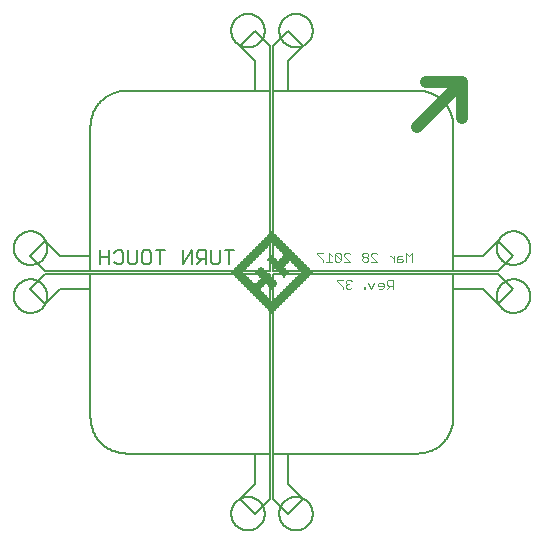
<source format=gbo>
G75*
%MOIN*%
%OFA0B0*%
%FSLAX25Y25*%
%IPPOS*%
%LPD*%
%AMOC8*
5,1,8,0,0,1.08239X$1,22.5*
%
%ADD10C,0.00300*%
%ADD11C,0.00500*%
%ADD12C,0.04000*%
%ADD13R,0.00500X0.00500*%
%ADD14R,0.01500X0.00500*%
%ADD15R,0.02500X0.00500*%
%ADD16R,0.03500X0.00500*%
%ADD17R,0.04500X0.00500*%
%ADD18R,0.05500X0.00500*%
%ADD19R,0.06500X0.00500*%
%ADD20R,0.07500X0.00500*%
%ADD21R,0.04000X0.00500*%
%ADD22R,0.07000X0.00500*%
%ADD23R,0.06000X0.00500*%
%ADD24R,0.05000X0.00500*%
%ADD25R,0.03000X0.00500*%
%ADD26R,0.02000X0.00500*%
%ADD27R,0.01000X0.00500*%
D10*
X0103986Y0093192D02*
X0105987Y0091191D01*
X0105987Y0090690D01*
X0107024Y0090690D02*
X0109026Y0090690D01*
X0108025Y0090690D02*
X0108025Y0093693D01*
X0109026Y0092692D01*
X0110063Y0093192D02*
X0110063Y0091191D01*
X0110563Y0090690D01*
X0111564Y0090690D01*
X0112065Y0091191D01*
X0110063Y0093192D01*
X0110563Y0093693D01*
X0111564Y0093693D01*
X0112065Y0093192D01*
X0112065Y0091191D01*
X0113101Y0090690D02*
X0115103Y0090690D01*
X0113101Y0092692D01*
X0113101Y0093192D01*
X0113602Y0093693D01*
X0114603Y0093693D01*
X0115103Y0093192D01*
X0119179Y0093192D02*
X0119179Y0092692D01*
X0119679Y0092191D01*
X0120680Y0092191D01*
X0121180Y0092692D01*
X0121180Y0093192D01*
X0120680Y0093693D01*
X0119679Y0093693D01*
X0119179Y0093192D01*
X0119679Y0092191D02*
X0119179Y0091691D01*
X0119179Y0091191D01*
X0119679Y0090690D01*
X0120680Y0090690D01*
X0121180Y0091191D01*
X0121180Y0091691D01*
X0120680Y0092191D01*
X0122217Y0092692D02*
X0122217Y0093192D01*
X0122718Y0093693D01*
X0123719Y0093693D01*
X0124219Y0093192D01*
X0122217Y0092692D02*
X0124219Y0090690D01*
X0122217Y0090690D01*
X0128288Y0092692D02*
X0128789Y0092692D01*
X0129790Y0091691D01*
X0129790Y0090690D02*
X0129790Y0092692D01*
X0130827Y0092191D02*
X0130827Y0090690D01*
X0132328Y0090690D01*
X0132828Y0091191D01*
X0132328Y0091691D01*
X0130827Y0091691D01*
X0130827Y0092191D02*
X0131327Y0092692D01*
X0132328Y0092692D01*
X0133865Y0093693D02*
X0133865Y0090690D01*
X0135867Y0090690D02*
X0135867Y0093693D01*
X0134866Y0092692D01*
X0133865Y0093693D01*
X0129283Y0084693D02*
X0127782Y0084693D01*
X0127282Y0084192D01*
X0127282Y0083191D01*
X0127782Y0082691D01*
X0129283Y0082691D01*
X0128282Y0082691D02*
X0127282Y0081690D01*
X0126245Y0082191D02*
X0126245Y0083191D01*
X0125744Y0083692D01*
X0124743Y0083692D01*
X0124243Y0083191D01*
X0124243Y0082691D01*
X0126245Y0082691D01*
X0126245Y0082191D02*
X0125744Y0081690D01*
X0124743Y0081690D01*
X0123206Y0083692D02*
X0122205Y0081690D01*
X0121204Y0083692D01*
X0120167Y0082191D02*
X0119667Y0082191D01*
X0119667Y0081690D01*
X0120167Y0081690D01*
X0120167Y0082191D01*
X0115610Y0082191D02*
X0115109Y0081690D01*
X0114108Y0081690D01*
X0113608Y0082191D01*
X0113608Y0082691D01*
X0114108Y0083191D01*
X0114609Y0083191D01*
X0114108Y0083191D02*
X0113608Y0083692D01*
X0113608Y0084192D01*
X0114108Y0084693D01*
X0115109Y0084693D01*
X0115610Y0084192D01*
X0112571Y0084693D02*
X0110569Y0084693D01*
X0110569Y0084192D01*
X0112571Y0082191D01*
X0112571Y0081690D01*
X0105987Y0093693D02*
X0103986Y0093693D01*
X0103986Y0093192D01*
X0129283Y0084693D02*
X0129283Y0081690D01*
D11*
X0028558Y0081840D02*
X0028558Y0038911D01*
X0028562Y0038619D01*
X0028572Y0038328D01*
X0028590Y0038037D01*
X0028614Y0037746D01*
X0028646Y0037456D01*
X0028685Y0037167D01*
X0028730Y0036879D01*
X0028783Y0036592D01*
X0028842Y0036306D01*
X0028909Y0036022D01*
X0028982Y0035740D01*
X0029062Y0035459D01*
X0029149Y0035181D01*
X0029242Y0034905D01*
X0029342Y0034631D01*
X0029449Y0034359D01*
X0029562Y0034090D01*
X0029682Y0033824D01*
X0029808Y0033561D01*
X0029941Y0033301D01*
X0030079Y0033045D01*
X0030224Y0032791D01*
X0030375Y0032542D01*
X0030532Y0032296D01*
X0030695Y0032054D01*
X0030863Y0031816D01*
X0031038Y0031582D01*
X0031218Y0031352D01*
X0031403Y0031127D01*
X0031594Y0030906D01*
X0031790Y0030690D01*
X0031991Y0030479D01*
X0032197Y0030273D01*
X0032408Y0030072D01*
X0032624Y0029876D01*
X0032845Y0029685D01*
X0033070Y0029500D01*
X0033300Y0029320D01*
X0033534Y0029145D01*
X0033772Y0028977D01*
X0034014Y0028814D01*
X0034260Y0028657D01*
X0034509Y0028506D01*
X0034763Y0028361D01*
X0035019Y0028223D01*
X0035279Y0028090D01*
X0035542Y0027964D01*
X0035808Y0027844D01*
X0036077Y0027731D01*
X0036349Y0027624D01*
X0036623Y0027524D01*
X0036899Y0027431D01*
X0037177Y0027344D01*
X0037458Y0027264D01*
X0037740Y0027191D01*
X0038024Y0027124D01*
X0038310Y0027065D01*
X0038597Y0027012D01*
X0038885Y0026967D01*
X0039174Y0026928D01*
X0039464Y0026896D01*
X0039755Y0026872D01*
X0040046Y0026854D01*
X0040337Y0026844D01*
X0040629Y0026840D01*
X0083558Y0026840D01*
X0083558Y0016840D01*
X0078558Y0011840D01*
X0083558Y0006840D01*
X0088558Y0011840D01*
X0088558Y0026840D01*
X0088558Y0086840D01*
X0028558Y0086840D01*
X0013558Y0086840D01*
X0008558Y0081840D01*
X0013558Y0076840D01*
X0018558Y0081840D01*
X0028558Y0081840D01*
X0028558Y0086840D01*
X0028558Y0087840D02*
X0013558Y0087840D01*
X0008558Y0092840D01*
X0013558Y0097840D01*
X0018558Y0092840D01*
X0028558Y0092840D01*
X0028558Y0087840D01*
X0088558Y0087840D01*
X0088558Y0147840D01*
X0088558Y0162840D01*
X0083558Y0167840D01*
X0078558Y0162840D01*
X0083558Y0157840D01*
X0083558Y0147840D01*
X0040629Y0147840D01*
X0040337Y0147836D01*
X0040046Y0147826D01*
X0039755Y0147808D01*
X0039464Y0147784D01*
X0039174Y0147752D01*
X0038885Y0147713D01*
X0038597Y0147668D01*
X0038310Y0147615D01*
X0038024Y0147556D01*
X0037740Y0147489D01*
X0037458Y0147416D01*
X0037177Y0147336D01*
X0036899Y0147249D01*
X0036623Y0147156D01*
X0036349Y0147056D01*
X0036077Y0146949D01*
X0035808Y0146836D01*
X0035542Y0146716D01*
X0035279Y0146590D01*
X0035019Y0146457D01*
X0034763Y0146319D01*
X0034509Y0146174D01*
X0034260Y0146023D01*
X0034014Y0145866D01*
X0033772Y0145703D01*
X0033534Y0145535D01*
X0033300Y0145360D01*
X0033070Y0145180D01*
X0032845Y0144995D01*
X0032624Y0144804D01*
X0032408Y0144608D01*
X0032197Y0144407D01*
X0031991Y0144201D01*
X0031790Y0143990D01*
X0031594Y0143774D01*
X0031403Y0143553D01*
X0031218Y0143328D01*
X0031038Y0143098D01*
X0030863Y0142864D01*
X0030695Y0142626D01*
X0030532Y0142384D01*
X0030375Y0142138D01*
X0030224Y0141889D01*
X0030079Y0141635D01*
X0029941Y0141379D01*
X0029808Y0141119D01*
X0029682Y0140856D01*
X0029562Y0140590D01*
X0029449Y0140321D01*
X0029342Y0140049D01*
X0029242Y0139775D01*
X0029149Y0139499D01*
X0029062Y0139221D01*
X0028982Y0138940D01*
X0028909Y0138658D01*
X0028842Y0138374D01*
X0028783Y0138088D01*
X0028730Y0137801D01*
X0028685Y0137513D01*
X0028646Y0137224D01*
X0028614Y0136934D01*
X0028590Y0136643D01*
X0028572Y0136352D01*
X0028562Y0136061D01*
X0028558Y0135769D01*
X0028558Y0092840D01*
X0031890Y0092342D02*
X0034892Y0092342D01*
X0036494Y0090841D02*
X0037244Y0090090D01*
X0038745Y0090090D01*
X0039496Y0090841D01*
X0039496Y0093843D01*
X0038745Y0094594D01*
X0037244Y0094594D01*
X0036494Y0093843D01*
X0034892Y0094594D02*
X0034892Y0090090D01*
X0031890Y0090090D02*
X0031890Y0094594D01*
X0041097Y0094594D02*
X0041097Y0090841D01*
X0041848Y0090090D01*
X0043349Y0090090D01*
X0044100Y0090841D01*
X0044100Y0094594D01*
X0045701Y0093843D02*
X0046452Y0094594D01*
X0047953Y0094594D01*
X0048704Y0093843D01*
X0048704Y0090841D01*
X0047953Y0090090D01*
X0046452Y0090090D01*
X0045701Y0090841D01*
X0045701Y0093843D01*
X0050305Y0094594D02*
X0053308Y0094594D01*
X0051807Y0094594D02*
X0051807Y0090090D01*
X0059513Y0090090D02*
X0059513Y0094594D01*
X0062516Y0094594D02*
X0059513Y0090090D01*
X0062516Y0090090D02*
X0062516Y0094594D01*
X0064117Y0093843D02*
X0064117Y0092342D01*
X0064868Y0091591D01*
X0067120Y0091591D01*
X0067120Y0090090D02*
X0067120Y0094594D01*
X0064868Y0094594D01*
X0064117Y0093843D01*
X0065618Y0091591D02*
X0064117Y0090090D01*
X0068721Y0090841D02*
X0068721Y0094594D01*
X0071724Y0094594D02*
X0071724Y0090841D01*
X0070973Y0090090D01*
X0069472Y0090090D01*
X0068721Y0090841D01*
X0073325Y0094594D02*
X0076328Y0094594D01*
X0074826Y0094594D02*
X0074826Y0090090D01*
X0089558Y0087840D02*
X0149558Y0087840D01*
X0164558Y0087840D01*
X0169558Y0092840D01*
X0164558Y0097840D01*
X0159558Y0092840D01*
X0149558Y0092840D01*
X0149558Y0135769D01*
X0149554Y0136061D01*
X0149544Y0136352D01*
X0149526Y0136643D01*
X0149502Y0136934D01*
X0149470Y0137224D01*
X0149431Y0137513D01*
X0149386Y0137801D01*
X0149333Y0138088D01*
X0149274Y0138374D01*
X0149207Y0138658D01*
X0149134Y0138940D01*
X0149054Y0139221D01*
X0148967Y0139499D01*
X0148874Y0139775D01*
X0148774Y0140049D01*
X0148667Y0140321D01*
X0148554Y0140590D01*
X0148434Y0140856D01*
X0148308Y0141119D01*
X0148175Y0141379D01*
X0148037Y0141635D01*
X0147892Y0141889D01*
X0147741Y0142138D01*
X0147584Y0142384D01*
X0147421Y0142626D01*
X0147253Y0142864D01*
X0147078Y0143098D01*
X0146898Y0143328D01*
X0146713Y0143553D01*
X0146522Y0143774D01*
X0146326Y0143990D01*
X0146125Y0144201D01*
X0145919Y0144407D01*
X0145708Y0144608D01*
X0145492Y0144804D01*
X0145271Y0144995D01*
X0145046Y0145180D01*
X0144816Y0145360D01*
X0144582Y0145535D01*
X0144344Y0145703D01*
X0144102Y0145866D01*
X0143856Y0146023D01*
X0143607Y0146174D01*
X0143353Y0146319D01*
X0143097Y0146457D01*
X0142837Y0146590D01*
X0142574Y0146716D01*
X0142308Y0146836D01*
X0142039Y0146949D01*
X0141767Y0147056D01*
X0141493Y0147156D01*
X0141217Y0147249D01*
X0140939Y0147336D01*
X0140658Y0147416D01*
X0140376Y0147489D01*
X0140092Y0147556D01*
X0139806Y0147615D01*
X0139519Y0147668D01*
X0139231Y0147713D01*
X0138942Y0147752D01*
X0138652Y0147784D01*
X0138361Y0147808D01*
X0138070Y0147826D01*
X0137779Y0147836D01*
X0137487Y0147840D01*
X0094558Y0147840D01*
X0094558Y0157840D01*
X0099558Y0162840D01*
X0094558Y0167840D01*
X0089558Y0162840D01*
X0089558Y0147840D01*
X0089558Y0087840D01*
X0089558Y0086840D02*
X0089558Y0026840D01*
X0089558Y0011840D01*
X0094558Y0006840D01*
X0099558Y0011840D01*
X0094558Y0016840D01*
X0094558Y0026840D01*
X0137487Y0026840D01*
X0137779Y0026844D01*
X0138070Y0026854D01*
X0138361Y0026872D01*
X0138652Y0026896D01*
X0138942Y0026928D01*
X0139231Y0026967D01*
X0139519Y0027012D01*
X0139806Y0027065D01*
X0140092Y0027124D01*
X0140376Y0027191D01*
X0140658Y0027264D01*
X0140939Y0027344D01*
X0141217Y0027431D01*
X0141493Y0027524D01*
X0141767Y0027624D01*
X0142039Y0027731D01*
X0142308Y0027844D01*
X0142574Y0027964D01*
X0142837Y0028090D01*
X0143097Y0028223D01*
X0143353Y0028361D01*
X0143607Y0028506D01*
X0143856Y0028657D01*
X0144102Y0028814D01*
X0144344Y0028977D01*
X0144582Y0029145D01*
X0144816Y0029320D01*
X0145046Y0029500D01*
X0145271Y0029685D01*
X0145492Y0029876D01*
X0145708Y0030072D01*
X0145919Y0030273D01*
X0146125Y0030479D01*
X0146326Y0030690D01*
X0146522Y0030906D01*
X0146713Y0031127D01*
X0146898Y0031352D01*
X0147078Y0031582D01*
X0147253Y0031816D01*
X0147421Y0032054D01*
X0147584Y0032296D01*
X0147741Y0032542D01*
X0147892Y0032791D01*
X0148037Y0033045D01*
X0148175Y0033301D01*
X0148308Y0033561D01*
X0148434Y0033824D01*
X0148554Y0034090D01*
X0148667Y0034359D01*
X0148774Y0034631D01*
X0148874Y0034905D01*
X0148967Y0035181D01*
X0149054Y0035459D01*
X0149134Y0035740D01*
X0149207Y0036022D01*
X0149274Y0036306D01*
X0149333Y0036592D01*
X0149386Y0036879D01*
X0149431Y0037167D01*
X0149470Y0037456D01*
X0149502Y0037746D01*
X0149526Y0038037D01*
X0149544Y0038328D01*
X0149554Y0038619D01*
X0149558Y0038911D01*
X0149558Y0081840D01*
X0159558Y0081840D01*
X0164558Y0076840D01*
X0169558Y0081840D01*
X0164558Y0086840D01*
X0149558Y0086840D01*
X0089558Y0086840D01*
X0089558Y0026840D02*
X0094558Y0026840D01*
X0088558Y0026840D02*
X0083558Y0026840D01*
X0075468Y0006840D02*
X0075470Y0006989D01*
X0075476Y0007139D01*
X0075486Y0007288D01*
X0075500Y0007437D01*
X0075518Y0007585D01*
X0075540Y0007733D01*
X0075566Y0007880D01*
X0075595Y0008027D01*
X0075629Y0008172D01*
X0075667Y0008317D01*
X0075708Y0008460D01*
X0075753Y0008603D01*
X0075802Y0008744D01*
X0075855Y0008884D01*
X0075912Y0009022D01*
X0075972Y0009159D01*
X0076036Y0009294D01*
X0076103Y0009428D01*
X0076174Y0009559D01*
X0076248Y0009689D01*
X0076326Y0009816D01*
X0076407Y0009942D01*
X0076492Y0010065D01*
X0076580Y0010186D01*
X0076671Y0010304D01*
X0076765Y0010420D01*
X0076862Y0010534D01*
X0076963Y0010645D01*
X0077066Y0010753D01*
X0077172Y0010858D01*
X0077281Y0010961D01*
X0077392Y0011060D01*
X0077506Y0011157D01*
X0077623Y0011250D01*
X0077742Y0011340D01*
X0077864Y0011427D01*
X0077987Y0011511D01*
X0078113Y0011592D01*
X0078241Y0011669D01*
X0078372Y0011742D01*
X0078504Y0011812D01*
X0078637Y0011879D01*
X0078773Y0011942D01*
X0078910Y0012001D01*
X0079049Y0012056D01*
X0079189Y0012108D01*
X0079331Y0012156D01*
X0079473Y0012201D01*
X0079617Y0012241D01*
X0079762Y0012278D01*
X0079908Y0012310D01*
X0080055Y0012339D01*
X0080202Y0012364D01*
X0080350Y0012385D01*
X0080498Y0012402D01*
X0080647Y0012415D01*
X0080797Y0012424D01*
X0080946Y0012429D01*
X0081095Y0012430D01*
X0081245Y0012427D01*
X0081394Y0012420D01*
X0081543Y0012409D01*
X0081692Y0012394D01*
X0081840Y0012375D01*
X0081988Y0012352D01*
X0082135Y0012325D01*
X0082281Y0012295D01*
X0082426Y0012260D01*
X0082571Y0012221D01*
X0082714Y0012179D01*
X0082856Y0012133D01*
X0082997Y0012083D01*
X0083137Y0012029D01*
X0083275Y0011972D01*
X0083411Y0011911D01*
X0083546Y0011846D01*
X0083679Y0011778D01*
X0083810Y0011706D01*
X0083939Y0011630D01*
X0084066Y0011552D01*
X0084191Y0011470D01*
X0084313Y0011384D01*
X0084434Y0011296D01*
X0084552Y0011204D01*
X0084667Y0011109D01*
X0084780Y0011011D01*
X0084890Y0010910D01*
X0084997Y0010806D01*
X0085102Y0010699D01*
X0085204Y0010590D01*
X0085303Y0010478D01*
X0085398Y0010363D01*
X0085491Y0010245D01*
X0085580Y0010126D01*
X0085667Y0010004D01*
X0085750Y0009879D01*
X0085829Y0009753D01*
X0085905Y0009624D01*
X0085978Y0009494D01*
X0086047Y0009361D01*
X0086113Y0009227D01*
X0086175Y0009091D01*
X0086233Y0008953D01*
X0086288Y0008814D01*
X0086339Y0008674D01*
X0086386Y0008532D01*
X0086429Y0008389D01*
X0086469Y0008245D01*
X0086504Y0008099D01*
X0086536Y0007953D01*
X0086564Y0007807D01*
X0086588Y0007659D01*
X0086608Y0007511D01*
X0086624Y0007362D01*
X0086636Y0007213D01*
X0086644Y0007064D01*
X0086648Y0006915D01*
X0086648Y0006765D01*
X0086644Y0006616D01*
X0086636Y0006467D01*
X0086624Y0006318D01*
X0086608Y0006169D01*
X0086588Y0006021D01*
X0086564Y0005873D01*
X0086536Y0005727D01*
X0086504Y0005581D01*
X0086469Y0005435D01*
X0086429Y0005291D01*
X0086386Y0005148D01*
X0086339Y0005006D01*
X0086288Y0004866D01*
X0086233Y0004727D01*
X0086175Y0004589D01*
X0086113Y0004453D01*
X0086047Y0004319D01*
X0085978Y0004186D01*
X0085905Y0004056D01*
X0085829Y0003927D01*
X0085750Y0003801D01*
X0085667Y0003676D01*
X0085580Y0003554D01*
X0085491Y0003435D01*
X0085398Y0003317D01*
X0085303Y0003202D01*
X0085204Y0003090D01*
X0085102Y0002981D01*
X0084997Y0002874D01*
X0084890Y0002770D01*
X0084780Y0002669D01*
X0084667Y0002571D01*
X0084552Y0002476D01*
X0084434Y0002384D01*
X0084313Y0002296D01*
X0084191Y0002210D01*
X0084066Y0002128D01*
X0083939Y0002050D01*
X0083810Y0001974D01*
X0083679Y0001902D01*
X0083546Y0001834D01*
X0083411Y0001769D01*
X0083275Y0001708D01*
X0083137Y0001651D01*
X0082997Y0001597D01*
X0082856Y0001547D01*
X0082714Y0001501D01*
X0082571Y0001459D01*
X0082426Y0001420D01*
X0082281Y0001385D01*
X0082135Y0001355D01*
X0081988Y0001328D01*
X0081840Y0001305D01*
X0081692Y0001286D01*
X0081543Y0001271D01*
X0081394Y0001260D01*
X0081245Y0001253D01*
X0081095Y0001250D01*
X0080946Y0001251D01*
X0080797Y0001256D01*
X0080647Y0001265D01*
X0080498Y0001278D01*
X0080350Y0001295D01*
X0080202Y0001316D01*
X0080055Y0001341D01*
X0079908Y0001370D01*
X0079762Y0001402D01*
X0079617Y0001439D01*
X0079473Y0001479D01*
X0079331Y0001524D01*
X0079189Y0001572D01*
X0079049Y0001624D01*
X0078910Y0001679D01*
X0078773Y0001738D01*
X0078637Y0001801D01*
X0078504Y0001868D01*
X0078372Y0001938D01*
X0078241Y0002011D01*
X0078113Y0002088D01*
X0077987Y0002169D01*
X0077864Y0002253D01*
X0077742Y0002340D01*
X0077623Y0002430D01*
X0077506Y0002523D01*
X0077392Y0002620D01*
X0077281Y0002719D01*
X0077172Y0002822D01*
X0077066Y0002927D01*
X0076963Y0003035D01*
X0076862Y0003146D01*
X0076765Y0003260D01*
X0076671Y0003376D01*
X0076580Y0003494D01*
X0076492Y0003615D01*
X0076407Y0003738D01*
X0076326Y0003864D01*
X0076248Y0003991D01*
X0076174Y0004121D01*
X0076103Y0004252D01*
X0076036Y0004386D01*
X0075972Y0004521D01*
X0075912Y0004658D01*
X0075855Y0004796D01*
X0075802Y0004936D01*
X0075753Y0005077D01*
X0075708Y0005220D01*
X0075667Y0005363D01*
X0075629Y0005508D01*
X0075595Y0005653D01*
X0075566Y0005800D01*
X0075540Y0005947D01*
X0075518Y0006095D01*
X0075500Y0006243D01*
X0075486Y0006392D01*
X0075476Y0006541D01*
X0075470Y0006691D01*
X0075468Y0006840D01*
X0091468Y0006840D02*
X0091470Y0006989D01*
X0091476Y0007139D01*
X0091486Y0007288D01*
X0091500Y0007437D01*
X0091518Y0007585D01*
X0091540Y0007733D01*
X0091566Y0007880D01*
X0091595Y0008027D01*
X0091629Y0008172D01*
X0091667Y0008317D01*
X0091708Y0008460D01*
X0091753Y0008603D01*
X0091802Y0008744D01*
X0091855Y0008884D01*
X0091912Y0009022D01*
X0091972Y0009159D01*
X0092036Y0009294D01*
X0092103Y0009428D01*
X0092174Y0009559D01*
X0092248Y0009689D01*
X0092326Y0009816D01*
X0092407Y0009942D01*
X0092492Y0010065D01*
X0092580Y0010186D01*
X0092671Y0010304D01*
X0092765Y0010420D01*
X0092862Y0010534D01*
X0092963Y0010645D01*
X0093066Y0010753D01*
X0093172Y0010858D01*
X0093281Y0010961D01*
X0093392Y0011060D01*
X0093506Y0011157D01*
X0093623Y0011250D01*
X0093742Y0011340D01*
X0093864Y0011427D01*
X0093987Y0011511D01*
X0094113Y0011592D01*
X0094241Y0011669D01*
X0094372Y0011742D01*
X0094504Y0011812D01*
X0094637Y0011879D01*
X0094773Y0011942D01*
X0094910Y0012001D01*
X0095049Y0012056D01*
X0095189Y0012108D01*
X0095331Y0012156D01*
X0095473Y0012201D01*
X0095617Y0012241D01*
X0095762Y0012278D01*
X0095908Y0012310D01*
X0096055Y0012339D01*
X0096202Y0012364D01*
X0096350Y0012385D01*
X0096498Y0012402D01*
X0096647Y0012415D01*
X0096797Y0012424D01*
X0096946Y0012429D01*
X0097095Y0012430D01*
X0097245Y0012427D01*
X0097394Y0012420D01*
X0097543Y0012409D01*
X0097692Y0012394D01*
X0097840Y0012375D01*
X0097988Y0012352D01*
X0098135Y0012325D01*
X0098281Y0012295D01*
X0098426Y0012260D01*
X0098571Y0012221D01*
X0098714Y0012179D01*
X0098856Y0012133D01*
X0098997Y0012083D01*
X0099137Y0012029D01*
X0099275Y0011972D01*
X0099411Y0011911D01*
X0099546Y0011846D01*
X0099679Y0011778D01*
X0099810Y0011706D01*
X0099939Y0011630D01*
X0100066Y0011552D01*
X0100191Y0011470D01*
X0100313Y0011384D01*
X0100434Y0011296D01*
X0100552Y0011204D01*
X0100667Y0011109D01*
X0100780Y0011011D01*
X0100890Y0010910D01*
X0100997Y0010806D01*
X0101102Y0010699D01*
X0101204Y0010590D01*
X0101303Y0010478D01*
X0101398Y0010363D01*
X0101491Y0010245D01*
X0101580Y0010126D01*
X0101667Y0010004D01*
X0101750Y0009879D01*
X0101829Y0009753D01*
X0101905Y0009624D01*
X0101978Y0009494D01*
X0102047Y0009361D01*
X0102113Y0009227D01*
X0102175Y0009091D01*
X0102233Y0008953D01*
X0102288Y0008814D01*
X0102339Y0008674D01*
X0102386Y0008532D01*
X0102429Y0008389D01*
X0102469Y0008245D01*
X0102504Y0008099D01*
X0102536Y0007953D01*
X0102564Y0007807D01*
X0102588Y0007659D01*
X0102608Y0007511D01*
X0102624Y0007362D01*
X0102636Y0007213D01*
X0102644Y0007064D01*
X0102648Y0006915D01*
X0102648Y0006765D01*
X0102644Y0006616D01*
X0102636Y0006467D01*
X0102624Y0006318D01*
X0102608Y0006169D01*
X0102588Y0006021D01*
X0102564Y0005873D01*
X0102536Y0005727D01*
X0102504Y0005581D01*
X0102469Y0005435D01*
X0102429Y0005291D01*
X0102386Y0005148D01*
X0102339Y0005006D01*
X0102288Y0004866D01*
X0102233Y0004727D01*
X0102175Y0004589D01*
X0102113Y0004453D01*
X0102047Y0004319D01*
X0101978Y0004186D01*
X0101905Y0004056D01*
X0101829Y0003927D01*
X0101750Y0003801D01*
X0101667Y0003676D01*
X0101580Y0003554D01*
X0101491Y0003435D01*
X0101398Y0003317D01*
X0101303Y0003202D01*
X0101204Y0003090D01*
X0101102Y0002981D01*
X0100997Y0002874D01*
X0100890Y0002770D01*
X0100780Y0002669D01*
X0100667Y0002571D01*
X0100552Y0002476D01*
X0100434Y0002384D01*
X0100313Y0002296D01*
X0100191Y0002210D01*
X0100066Y0002128D01*
X0099939Y0002050D01*
X0099810Y0001974D01*
X0099679Y0001902D01*
X0099546Y0001834D01*
X0099411Y0001769D01*
X0099275Y0001708D01*
X0099137Y0001651D01*
X0098997Y0001597D01*
X0098856Y0001547D01*
X0098714Y0001501D01*
X0098571Y0001459D01*
X0098426Y0001420D01*
X0098281Y0001385D01*
X0098135Y0001355D01*
X0097988Y0001328D01*
X0097840Y0001305D01*
X0097692Y0001286D01*
X0097543Y0001271D01*
X0097394Y0001260D01*
X0097245Y0001253D01*
X0097095Y0001250D01*
X0096946Y0001251D01*
X0096797Y0001256D01*
X0096647Y0001265D01*
X0096498Y0001278D01*
X0096350Y0001295D01*
X0096202Y0001316D01*
X0096055Y0001341D01*
X0095908Y0001370D01*
X0095762Y0001402D01*
X0095617Y0001439D01*
X0095473Y0001479D01*
X0095331Y0001524D01*
X0095189Y0001572D01*
X0095049Y0001624D01*
X0094910Y0001679D01*
X0094773Y0001738D01*
X0094637Y0001801D01*
X0094504Y0001868D01*
X0094372Y0001938D01*
X0094241Y0002011D01*
X0094113Y0002088D01*
X0093987Y0002169D01*
X0093864Y0002253D01*
X0093742Y0002340D01*
X0093623Y0002430D01*
X0093506Y0002523D01*
X0093392Y0002620D01*
X0093281Y0002719D01*
X0093172Y0002822D01*
X0093066Y0002927D01*
X0092963Y0003035D01*
X0092862Y0003146D01*
X0092765Y0003260D01*
X0092671Y0003376D01*
X0092580Y0003494D01*
X0092492Y0003615D01*
X0092407Y0003738D01*
X0092326Y0003864D01*
X0092248Y0003991D01*
X0092174Y0004121D01*
X0092103Y0004252D01*
X0092036Y0004386D01*
X0091972Y0004521D01*
X0091912Y0004658D01*
X0091855Y0004796D01*
X0091802Y0004936D01*
X0091753Y0005077D01*
X0091708Y0005220D01*
X0091667Y0005363D01*
X0091629Y0005508D01*
X0091595Y0005653D01*
X0091566Y0005800D01*
X0091540Y0005947D01*
X0091518Y0006095D01*
X0091500Y0006243D01*
X0091486Y0006392D01*
X0091476Y0006541D01*
X0091470Y0006691D01*
X0091468Y0006840D01*
X0149558Y0081840D02*
X0149558Y0086840D01*
X0149558Y0087840D02*
X0149558Y0092840D01*
X0163968Y0095340D02*
X0163970Y0095489D01*
X0163976Y0095639D01*
X0163986Y0095788D01*
X0164000Y0095937D01*
X0164018Y0096085D01*
X0164040Y0096233D01*
X0164066Y0096380D01*
X0164095Y0096527D01*
X0164129Y0096672D01*
X0164167Y0096817D01*
X0164208Y0096960D01*
X0164253Y0097103D01*
X0164302Y0097244D01*
X0164355Y0097384D01*
X0164412Y0097522D01*
X0164472Y0097659D01*
X0164536Y0097794D01*
X0164603Y0097928D01*
X0164674Y0098059D01*
X0164748Y0098189D01*
X0164826Y0098316D01*
X0164907Y0098442D01*
X0164992Y0098565D01*
X0165080Y0098686D01*
X0165171Y0098804D01*
X0165265Y0098920D01*
X0165362Y0099034D01*
X0165463Y0099145D01*
X0165566Y0099253D01*
X0165672Y0099358D01*
X0165781Y0099461D01*
X0165892Y0099560D01*
X0166006Y0099657D01*
X0166123Y0099750D01*
X0166242Y0099840D01*
X0166364Y0099927D01*
X0166487Y0100011D01*
X0166613Y0100092D01*
X0166741Y0100169D01*
X0166872Y0100242D01*
X0167004Y0100312D01*
X0167137Y0100379D01*
X0167273Y0100442D01*
X0167410Y0100501D01*
X0167549Y0100556D01*
X0167689Y0100608D01*
X0167831Y0100656D01*
X0167973Y0100701D01*
X0168117Y0100741D01*
X0168262Y0100778D01*
X0168408Y0100810D01*
X0168555Y0100839D01*
X0168702Y0100864D01*
X0168850Y0100885D01*
X0168998Y0100902D01*
X0169147Y0100915D01*
X0169297Y0100924D01*
X0169446Y0100929D01*
X0169595Y0100930D01*
X0169745Y0100927D01*
X0169894Y0100920D01*
X0170043Y0100909D01*
X0170192Y0100894D01*
X0170340Y0100875D01*
X0170488Y0100852D01*
X0170635Y0100825D01*
X0170781Y0100795D01*
X0170926Y0100760D01*
X0171071Y0100721D01*
X0171214Y0100679D01*
X0171356Y0100633D01*
X0171497Y0100583D01*
X0171637Y0100529D01*
X0171775Y0100472D01*
X0171911Y0100411D01*
X0172046Y0100346D01*
X0172179Y0100278D01*
X0172310Y0100206D01*
X0172439Y0100130D01*
X0172566Y0100052D01*
X0172691Y0099970D01*
X0172813Y0099884D01*
X0172934Y0099796D01*
X0173052Y0099704D01*
X0173167Y0099609D01*
X0173280Y0099511D01*
X0173390Y0099410D01*
X0173497Y0099306D01*
X0173602Y0099199D01*
X0173704Y0099090D01*
X0173803Y0098978D01*
X0173898Y0098863D01*
X0173991Y0098745D01*
X0174080Y0098626D01*
X0174167Y0098504D01*
X0174250Y0098379D01*
X0174329Y0098253D01*
X0174405Y0098124D01*
X0174478Y0097994D01*
X0174547Y0097861D01*
X0174613Y0097727D01*
X0174675Y0097591D01*
X0174733Y0097453D01*
X0174788Y0097314D01*
X0174839Y0097174D01*
X0174886Y0097032D01*
X0174929Y0096889D01*
X0174969Y0096745D01*
X0175004Y0096599D01*
X0175036Y0096453D01*
X0175064Y0096307D01*
X0175088Y0096159D01*
X0175108Y0096011D01*
X0175124Y0095862D01*
X0175136Y0095713D01*
X0175144Y0095564D01*
X0175148Y0095415D01*
X0175148Y0095265D01*
X0175144Y0095116D01*
X0175136Y0094967D01*
X0175124Y0094818D01*
X0175108Y0094669D01*
X0175088Y0094521D01*
X0175064Y0094373D01*
X0175036Y0094227D01*
X0175004Y0094081D01*
X0174969Y0093935D01*
X0174929Y0093791D01*
X0174886Y0093648D01*
X0174839Y0093506D01*
X0174788Y0093366D01*
X0174733Y0093227D01*
X0174675Y0093089D01*
X0174613Y0092953D01*
X0174547Y0092819D01*
X0174478Y0092686D01*
X0174405Y0092556D01*
X0174329Y0092427D01*
X0174250Y0092301D01*
X0174167Y0092176D01*
X0174080Y0092054D01*
X0173991Y0091935D01*
X0173898Y0091817D01*
X0173803Y0091702D01*
X0173704Y0091590D01*
X0173602Y0091481D01*
X0173497Y0091374D01*
X0173390Y0091270D01*
X0173280Y0091169D01*
X0173167Y0091071D01*
X0173052Y0090976D01*
X0172934Y0090884D01*
X0172813Y0090796D01*
X0172691Y0090710D01*
X0172566Y0090628D01*
X0172439Y0090550D01*
X0172310Y0090474D01*
X0172179Y0090402D01*
X0172046Y0090334D01*
X0171911Y0090269D01*
X0171775Y0090208D01*
X0171637Y0090151D01*
X0171497Y0090097D01*
X0171356Y0090047D01*
X0171214Y0090001D01*
X0171071Y0089959D01*
X0170926Y0089920D01*
X0170781Y0089885D01*
X0170635Y0089855D01*
X0170488Y0089828D01*
X0170340Y0089805D01*
X0170192Y0089786D01*
X0170043Y0089771D01*
X0169894Y0089760D01*
X0169745Y0089753D01*
X0169595Y0089750D01*
X0169446Y0089751D01*
X0169297Y0089756D01*
X0169147Y0089765D01*
X0168998Y0089778D01*
X0168850Y0089795D01*
X0168702Y0089816D01*
X0168555Y0089841D01*
X0168408Y0089870D01*
X0168262Y0089902D01*
X0168117Y0089939D01*
X0167973Y0089979D01*
X0167831Y0090024D01*
X0167689Y0090072D01*
X0167549Y0090124D01*
X0167410Y0090179D01*
X0167273Y0090238D01*
X0167137Y0090301D01*
X0167004Y0090368D01*
X0166872Y0090438D01*
X0166741Y0090511D01*
X0166613Y0090588D01*
X0166487Y0090669D01*
X0166364Y0090753D01*
X0166242Y0090840D01*
X0166123Y0090930D01*
X0166006Y0091023D01*
X0165892Y0091120D01*
X0165781Y0091219D01*
X0165672Y0091322D01*
X0165566Y0091427D01*
X0165463Y0091535D01*
X0165362Y0091646D01*
X0165265Y0091760D01*
X0165171Y0091876D01*
X0165080Y0091994D01*
X0164992Y0092115D01*
X0164907Y0092238D01*
X0164826Y0092364D01*
X0164748Y0092491D01*
X0164674Y0092621D01*
X0164603Y0092752D01*
X0164536Y0092886D01*
X0164472Y0093021D01*
X0164412Y0093158D01*
X0164355Y0093296D01*
X0164302Y0093436D01*
X0164253Y0093577D01*
X0164208Y0093720D01*
X0164167Y0093863D01*
X0164129Y0094008D01*
X0164095Y0094153D01*
X0164066Y0094300D01*
X0164040Y0094447D01*
X0164018Y0094595D01*
X0164000Y0094743D01*
X0163986Y0094892D01*
X0163976Y0095041D01*
X0163970Y0095191D01*
X0163968Y0095340D01*
X0163968Y0079340D02*
X0163970Y0079489D01*
X0163976Y0079639D01*
X0163986Y0079788D01*
X0164000Y0079937D01*
X0164018Y0080085D01*
X0164040Y0080233D01*
X0164066Y0080380D01*
X0164095Y0080527D01*
X0164129Y0080672D01*
X0164167Y0080817D01*
X0164208Y0080960D01*
X0164253Y0081103D01*
X0164302Y0081244D01*
X0164355Y0081384D01*
X0164412Y0081522D01*
X0164472Y0081659D01*
X0164536Y0081794D01*
X0164603Y0081928D01*
X0164674Y0082059D01*
X0164748Y0082189D01*
X0164826Y0082316D01*
X0164907Y0082442D01*
X0164992Y0082565D01*
X0165080Y0082686D01*
X0165171Y0082804D01*
X0165265Y0082920D01*
X0165362Y0083034D01*
X0165463Y0083145D01*
X0165566Y0083253D01*
X0165672Y0083358D01*
X0165781Y0083461D01*
X0165892Y0083560D01*
X0166006Y0083657D01*
X0166123Y0083750D01*
X0166242Y0083840D01*
X0166364Y0083927D01*
X0166487Y0084011D01*
X0166613Y0084092D01*
X0166741Y0084169D01*
X0166872Y0084242D01*
X0167004Y0084312D01*
X0167137Y0084379D01*
X0167273Y0084442D01*
X0167410Y0084501D01*
X0167549Y0084556D01*
X0167689Y0084608D01*
X0167831Y0084656D01*
X0167973Y0084701D01*
X0168117Y0084741D01*
X0168262Y0084778D01*
X0168408Y0084810D01*
X0168555Y0084839D01*
X0168702Y0084864D01*
X0168850Y0084885D01*
X0168998Y0084902D01*
X0169147Y0084915D01*
X0169297Y0084924D01*
X0169446Y0084929D01*
X0169595Y0084930D01*
X0169745Y0084927D01*
X0169894Y0084920D01*
X0170043Y0084909D01*
X0170192Y0084894D01*
X0170340Y0084875D01*
X0170488Y0084852D01*
X0170635Y0084825D01*
X0170781Y0084795D01*
X0170926Y0084760D01*
X0171071Y0084721D01*
X0171214Y0084679D01*
X0171356Y0084633D01*
X0171497Y0084583D01*
X0171637Y0084529D01*
X0171775Y0084472D01*
X0171911Y0084411D01*
X0172046Y0084346D01*
X0172179Y0084278D01*
X0172310Y0084206D01*
X0172439Y0084130D01*
X0172566Y0084052D01*
X0172691Y0083970D01*
X0172813Y0083884D01*
X0172934Y0083796D01*
X0173052Y0083704D01*
X0173167Y0083609D01*
X0173280Y0083511D01*
X0173390Y0083410D01*
X0173497Y0083306D01*
X0173602Y0083199D01*
X0173704Y0083090D01*
X0173803Y0082978D01*
X0173898Y0082863D01*
X0173991Y0082745D01*
X0174080Y0082626D01*
X0174167Y0082504D01*
X0174250Y0082379D01*
X0174329Y0082253D01*
X0174405Y0082124D01*
X0174478Y0081994D01*
X0174547Y0081861D01*
X0174613Y0081727D01*
X0174675Y0081591D01*
X0174733Y0081453D01*
X0174788Y0081314D01*
X0174839Y0081174D01*
X0174886Y0081032D01*
X0174929Y0080889D01*
X0174969Y0080745D01*
X0175004Y0080599D01*
X0175036Y0080453D01*
X0175064Y0080307D01*
X0175088Y0080159D01*
X0175108Y0080011D01*
X0175124Y0079862D01*
X0175136Y0079713D01*
X0175144Y0079564D01*
X0175148Y0079415D01*
X0175148Y0079265D01*
X0175144Y0079116D01*
X0175136Y0078967D01*
X0175124Y0078818D01*
X0175108Y0078669D01*
X0175088Y0078521D01*
X0175064Y0078373D01*
X0175036Y0078227D01*
X0175004Y0078081D01*
X0174969Y0077935D01*
X0174929Y0077791D01*
X0174886Y0077648D01*
X0174839Y0077506D01*
X0174788Y0077366D01*
X0174733Y0077227D01*
X0174675Y0077089D01*
X0174613Y0076953D01*
X0174547Y0076819D01*
X0174478Y0076686D01*
X0174405Y0076556D01*
X0174329Y0076427D01*
X0174250Y0076301D01*
X0174167Y0076176D01*
X0174080Y0076054D01*
X0173991Y0075935D01*
X0173898Y0075817D01*
X0173803Y0075702D01*
X0173704Y0075590D01*
X0173602Y0075481D01*
X0173497Y0075374D01*
X0173390Y0075270D01*
X0173280Y0075169D01*
X0173167Y0075071D01*
X0173052Y0074976D01*
X0172934Y0074884D01*
X0172813Y0074796D01*
X0172691Y0074710D01*
X0172566Y0074628D01*
X0172439Y0074550D01*
X0172310Y0074474D01*
X0172179Y0074402D01*
X0172046Y0074334D01*
X0171911Y0074269D01*
X0171775Y0074208D01*
X0171637Y0074151D01*
X0171497Y0074097D01*
X0171356Y0074047D01*
X0171214Y0074001D01*
X0171071Y0073959D01*
X0170926Y0073920D01*
X0170781Y0073885D01*
X0170635Y0073855D01*
X0170488Y0073828D01*
X0170340Y0073805D01*
X0170192Y0073786D01*
X0170043Y0073771D01*
X0169894Y0073760D01*
X0169745Y0073753D01*
X0169595Y0073750D01*
X0169446Y0073751D01*
X0169297Y0073756D01*
X0169147Y0073765D01*
X0168998Y0073778D01*
X0168850Y0073795D01*
X0168702Y0073816D01*
X0168555Y0073841D01*
X0168408Y0073870D01*
X0168262Y0073902D01*
X0168117Y0073939D01*
X0167973Y0073979D01*
X0167831Y0074024D01*
X0167689Y0074072D01*
X0167549Y0074124D01*
X0167410Y0074179D01*
X0167273Y0074238D01*
X0167137Y0074301D01*
X0167004Y0074368D01*
X0166872Y0074438D01*
X0166741Y0074511D01*
X0166613Y0074588D01*
X0166487Y0074669D01*
X0166364Y0074753D01*
X0166242Y0074840D01*
X0166123Y0074930D01*
X0166006Y0075023D01*
X0165892Y0075120D01*
X0165781Y0075219D01*
X0165672Y0075322D01*
X0165566Y0075427D01*
X0165463Y0075535D01*
X0165362Y0075646D01*
X0165265Y0075760D01*
X0165171Y0075876D01*
X0165080Y0075994D01*
X0164992Y0076115D01*
X0164907Y0076238D01*
X0164826Y0076364D01*
X0164748Y0076491D01*
X0164674Y0076621D01*
X0164603Y0076752D01*
X0164536Y0076886D01*
X0164472Y0077021D01*
X0164412Y0077158D01*
X0164355Y0077296D01*
X0164302Y0077436D01*
X0164253Y0077577D01*
X0164208Y0077720D01*
X0164167Y0077863D01*
X0164129Y0078008D01*
X0164095Y0078153D01*
X0164066Y0078300D01*
X0164040Y0078447D01*
X0164018Y0078595D01*
X0164000Y0078743D01*
X0163986Y0078892D01*
X0163976Y0079041D01*
X0163970Y0079191D01*
X0163968Y0079340D01*
X0094558Y0147840D02*
X0089558Y0147840D01*
X0088558Y0147840D02*
X0083558Y0147840D01*
X0075468Y0167840D02*
X0075470Y0167989D01*
X0075476Y0168139D01*
X0075486Y0168288D01*
X0075500Y0168437D01*
X0075518Y0168585D01*
X0075540Y0168733D01*
X0075566Y0168880D01*
X0075595Y0169027D01*
X0075629Y0169172D01*
X0075667Y0169317D01*
X0075708Y0169460D01*
X0075753Y0169603D01*
X0075802Y0169744D01*
X0075855Y0169884D01*
X0075912Y0170022D01*
X0075972Y0170159D01*
X0076036Y0170294D01*
X0076103Y0170428D01*
X0076174Y0170559D01*
X0076248Y0170689D01*
X0076326Y0170816D01*
X0076407Y0170942D01*
X0076492Y0171065D01*
X0076580Y0171186D01*
X0076671Y0171304D01*
X0076765Y0171420D01*
X0076862Y0171534D01*
X0076963Y0171645D01*
X0077066Y0171753D01*
X0077172Y0171858D01*
X0077281Y0171961D01*
X0077392Y0172060D01*
X0077506Y0172157D01*
X0077623Y0172250D01*
X0077742Y0172340D01*
X0077864Y0172427D01*
X0077987Y0172511D01*
X0078113Y0172592D01*
X0078241Y0172669D01*
X0078372Y0172742D01*
X0078504Y0172812D01*
X0078637Y0172879D01*
X0078773Y0172942D01*
X0078910Y0173001D01*
X0079049Y0173056D01*
X0079189Y0173108D01*
X0079331Y0173156D01*
X0079473Y0173201D01*
X0079617Y0173241D01*
X0079762Y0173278D01*
X0079908Y0173310D01*
X0080055Y0173339D01*
X0080202Y0173364D01*
X0080350Y0173385D01*
X0080498Y0173402D01*
X0080647Y0173415D01*
X0080797Y0173424D01*
X0080946Y0173429D01*
X0081095Y0173430D01*
X0081245Y0173427D01*
X0081394Y0173420D01*
X0081543Y0173409D01*
X0081692Y0173394D01*
X0081840Y0173375D01*
X0081988Y0173352D01*
X0082135Y0173325D01*
X0082281Y0173295D01*
X0082426Y0173260D01*
X0082571Y0173221D01*
X0082714Y0173179D01*
X0082856Y0173133D01*
X0082997Y0173083D01*
X0083137Y0173029D01*
X0083275Y0172972D01*
X0083411Y0172911D01*
X0083546Y0172846D01*
X0083679Y0172778D01*
X0083810Y0172706D01*
X0083939Y0172630D01*
X0084066Y0172552D01*
X0084191Y0172470D01*
X0084313Y0172384D01*
X0084434Y0172296D01*
X0084552Y0172204D01*
X0084667Y0172109D01*
X0084780Y0172011D01*
X0084890Y0171910D01*
X0084997Y0171806D01*
X0085102Y0171699D01*
X0085204Y0171590D01*
X0085303Y0171478D01*
X0085398Y0171363D01*
X0085491Y0171245D01*
X0085580Y0171126D01*
X0085667Y0171004D01*
X0085750Y0170879D01*
X0085829Y0170753D01*
X0085905Y0170624D01*
X0085978Y0170494D01*
X0086047Y0170361D01*
X0086113Y0170227D01*
X0086175Y0170091D01*
X0086233Y0169953D01*
X0086288Y0169814D01*
X0086339Y0169674D01*
X0086386Y0169532D01*
X0086429Y0169389D01*
X0086469Y0169245D01*
X0086504Y0169099D01*
X0086536Y0168953D01*
X0086564Y0168807D01*
X0086588Y0168659D01*
X0086608Y0168511D01*
X0086624Y0168362D01*
X0086636Y0168213D01*
X0086644Y0168064D01*
X0086648Y0167915D01*
X0086648Y0167765D01*
X0086644Y0167616D01*
X0086636Y0167467D01*
X0086624Y0167318D01*
X0086608Y0167169D01*
X0086588Y0167021D01*
X0086564Y0166873D01*
X0086536Y0166727D01*
X0086504Y0166581D01*
X0086469Y0166435D01*
X0086429Y0166291D01*
X0086386Y0166148D01*
X0086339Y0166006D01*
X0086288Y0165866D01*
X0086233Y0165727D01*
X0086175Y0165589D01*
X0086113Y0165453D01*
X0086047Y0165319D01*
X0085978Y0165186D01*
X0085905Y0165056D01*
X0085829Y0164927D01*
X0085750Y0164801D01*
X0085667Y0164676D01*
X0085580Y0164554D01*
X0085491Y0164435D01*
X0085398Y0164317D01*
X0085303Y0164202D01*
X0085204Y0164090D01*
X0085102Y0163981D01*
X0084997Y0163874D01*
X0084890Y0163770D01*
X0084780Y0163669D01*
X0084667Y0163571D01*
X0084552Y0163476D01*
X0084434Y0163384D01*
X0084313Y0163296D01*
X0084191Y0163210D01*
X0084066Y0163128D01*
X0083939Y0163050D01*
X0083810Y0162974D01*
X0083679Y0162902D01*
X0083546Y0162834D01*
X0083411Y0162769D01*
X0083275Y0162708D01*
X0083137Y0162651D01*
X0082997Y0162597D01*
X0082856Y0162547D01*
X0082714Y0162501D01*
X0082571Y0162459D01*
X0082426Y0162420D01*
X0082281Y0162385D01*
X0082135Y0162355D01*
X0081988Y0162328D01*
X0081840Y0162305D01*
X0081692Y0162286D01*
X0081543Y0162271D01*
X0081394Y0162260D01*
X0081245Y0162253D01*
X0081095Y0162250D01*
X0080946Y0162251D01*
X0080797Y0162256D01*
X0080647Y0162265D01*
X0080498Y0162278D01*
X0080350Y0162295D01*
X0080202Y0162316D01*
X0080055Y0162341D01*
X0079908Y0162370D01*
X0079762Y0162402D01*
X0079617Y0162439D01*
X0079473Y0162479D01*
X0079331Y0162524D01*
X0079189Y0162572D01*
X0079049Y0162624D01*
X0078910Y0162679D01*
X0078773Y0162738D01*
X0078637Y0162801D01*
X0078504Y0162868D01*
X0078372Y0162938D01*
X0078241Y0163011D01*
X0078113Y0163088D01*
X0077987Y0163169D01*
X0077864Y0163253D01*
X0077742Y0163340D01*
X0077623Y0163430D01*
X0077506Y0163523D01*
X0077392Y0163620D01*
X0077281Y0163719D01*
X0077172Y0163822D01*
X0077066Y0163927D01*
X0076963Y0164035D01*
X0076862Y0164146D01*
X0076765Y0164260D01*
X0076671Y0164376D01*
X0076580Y0164494D01*
X0076492Y0164615D01*
X0076407Y0164738D01*
X0076326Y0164864D01*
X0076248Y0164991D01*
X0076174Y0165121D01*
X0076103Y0165252D01*
X0076036Y0165386D01*
X0075972Y0165521D01*
X0075912Y0165658D01*
X0075855Y0165796D01*
X0075802Y0165936D01*
X0075753Y0166077D01*
X0075708Y0166220D01*
X0075667Y0166363D01*
X0075629Y0166508D01*
X0075595Y0166653D01*
X0075566Y0166800D01*
X0075540Y0166947D01*
X0075518Y0167095D01*
X0075500Y0167243D01*
X0075486Y0167392D01*
X0075476Y0167541D01*
X0075470Y0167691D01*
X0075468Y0167840D01*
X0091468Y0167840D02*
X0091470Y0167989D01*
X0091476Y0168139D01*
X0091486Y0168288D01*
X0091500Y0168437D01*
X0091518Y0168585D01*
X0091540Y0168733D01*
X0091566Y0168880D01*
X0091595Y0169027D01*
X0091629Y0169172D01*
X0091667Y0169317D01*
X0091708Y0169460D01*
X0091753Y0169603D01*
X0091802Y0169744D01*
X0091855Y0169884D01*
X0091912Y0170022D01*
X0091972Y0170159D01*
X0092036Y0170294D01*
X0092103Y0170428D01*
X0092174Y0170559D01*
X0092248Y0170689D01*
X0092326Y0170816D01*
X0092407Y0170942D01*
X0092492Y0171065D01*
X0092580Y0171186D01*
X0092671Y0171304D01*
X0092765Y0171420D01*
X0092862Y0171534D01*
X0092963Y0171645D01*
X0093066Y0171753D01*
X0093172Y0171858D01*
X0093281Y0171961D01*
X0093392Y0172060D01*
X0093506Y0172157D01*
X0093623Y0172250D01*
X0093742Y0172340D01*
X0093864Y0172427D01*
X0093987Y0172511D01*
X0094113Y0172592D01*
X0094241Y0172669D01*
X0094372Y0172742D01*
X0094504Y0172812D01*
X0094637Y0172879D01*
X0094773Y0172942D01*
X0094910Y0173001D01*
X0095049Y0173056D01*
X0095189Y0173108D01*
X0095331Y0173156D01*
X0095473Y0173201D01*
X0095617Y0173241D01*
X0095762Y0173278D01*
X0095908Y0173310D01*
X0096055Y0173339D01*
X0096202Y0173364D01*
X0096350Y0173385D01*
X0096498Y0173402D01*
X0096647Y0173415D01*
X0096797Y0173424D01*
X0096946Y0173429D01*
X0097095Y0173430D01*
X0097245Y0173427D01*
X0097394Y0173420D01*
X0097543Y0173409D01*
X0097692Y0173394D01*
X0097840Y0173375D01*
X0097988Y0173352D01*
X0098135Y0173325D01*
X0098281Y0173295D01*
X0098426Y0173260D01*
X0098571Y0173221D01*
X0098714Y0173179D01*
X0098856Y0173133D01*
X0098997Y0173083D01*
X0099137Y0173029D01*
X0099275Y0172972D01*
X0099411Y0172911D01*
X0099546Y0172846D01*
X0099679Y0172778D01*
X0099810Y0172706D01*
X0099939Y0172630D01*
X0100066Y0172552D01*
X0100191Y0172470D01*
X0100313Y0172384D01*
X0100434Y0172296D01*
X0100552Y0172204D01*
X0100667Y0172109D01*
X0100780Y0172011D01*
X0100890Y0171910D01*
X0100997Y0171806D01*
X0101102Y0171699D01*
X0101204Y0171590D01*
X0101303Y0171478D01*
X0101398Y0171363D01*
X0101491Y0171245D01*
X0101580Y0171126D01*
X0101667Y0171004D01*
X0101750Y0170879D01*
X0101829Y0170753D01*
X0101905Y0170624D01*
X0101978Y0170494D01*
X0102047Y0170361D01*
X0102113Y0170227D01*
X0102175Y0170091D01*
X0102233Y0169953D01*
X0102288Y0169814D01*
X0102339Y0169674D01*
X0102386Y0169532D01*
X0102429Y0169389D01*
X0102469Y0169245D01*
X0102504Y0169099D01*
X0102536Y0168953D01*
X0102564Y0168807D01*
X0102588Y0168659D01*
X0102608Y0168511D01*
X0102624Y0168362D01*
X0102636Y0168213D01*
X0102644Y0168064D01*
X0102648Y0167915D01*
X0102648Y0167765D01*
X0102644Y0167616D01*
X0102636Y0167467D01*
X0102624Y0167318D01*
X0102608Y0167169D01*
X0102588Y0167021D01*
X0102564Y0166873D01*
X0102536Y0166727D01*
X0102504Y0166581D01*
X0102469Y0166435D01*
X0102429Y0166291D01*
X0102386Y0166148D01*
X0102339Y0166006D01*
X0102288Y0165866D01*
X0102233Y0165727D01*
X0102175Y0165589D01*
X0102113Y0165453D01*
X0102047Y0165319D01*
X0101978Y0165186D01*
X0101905Y0165056D01*
X0101829Y0164927D01*
X0101750Y0164801D01*
X0101667Y0164676D01*
X0101580Y0164554D01*
X0101491Y0164435D01*
X0101398Y0164317D01*
X0101303Y0164202D01*
X0101204Y0164090D01*
X0101102Y0163981D01*
X0100997Y0163874D01*
X0100890Y0163770D01*
X0100780Y0163669D01*
X0100667Y0163571D01*
X0100552Y0163476D01*
X0100434Y0163384D01*
X0100313Y0163296D01*
X0100191Y0163210D01*
X0100066Y0163128D01*
X0099939Y0163050D01*
X0099810Y0162974D01*
X0099679Y0162902D01*
X0099546Y0162834D01*
X0099411Y0162769D01*
X0099275Y0162708D01*
X0099137Y0162651D01*
X0098997Y0162597D01*
X0098856Y0162547D01*
X0098714Y0162501D01*
X0098571Y0162459D01*
X0098426Y0162420D01*
X0098281Y0162385D01*
X0098135Y0162355D01*
X0097988Y0162328D01*
X0097840Y0162305D01*
X0097692Y0162286D01*
X0097543Y0162271D01*
X0097394Y0162260D01*
X0097245Y0162253D01*
X0097095Y0162250D01*
X0096946Y0162251D01*
X0096797Y0162256D01*
X0096647Y0162265D01*
X0096498Y0162278D01*
X0096350Y0162295D01*
X0096202Y0162316D01*
X0096055Y0162341D01*
X0095908Y0162370D01*
X0095762Y0162402D01*
X0095617Y0162439D01*
X0095473Y0162479D01*
X0095331Y0162524D01*
X0095189Y0162572D01*
X0095049Y0162624D01*
X0094910Y0162679D01*
X0094773Y0162738D01*
X0094637Y0162801D01*
X0094504Y0162868D01*
X0094372Y0162938D01*
X0094241Y0163011D01*
X0094113Y0163088D01*
X0093987Y0163169D01*
X0093864Y0163253D01*
X0093742Y0163340D01*
X0093623Y0163430D01*
X0093506Y0163523D01*
X0093392Y0163620D01*
X0093281Y0163719D01*
X0093172Y0163822D01*
X0093066Y0163927D01*
X0092963Y0164035D01*
X0092862Y0164146D01*
X0092765Y0164260D01*
X0092671Y0164376D01*
X0092580Y0164494D01*
X0092492Y0164615D01*
X0092407Y0164738D01*
X0092326Y0164864D01*
X0092248Y0164991D01*
X0092174Y0165121D01*
X0092103Y0165252D01*
X0092036Y0165386D01*
X0091972Y0165521D01*
X0091912Y0165658D01*
X0091855Y0165796D01*
X0091802Y0165936D01*
X0091753Y0166077D01*
X0091708Y0166220D01*
X0091667Y0166363D01*
X0091629Y0166508D01*
X0091595Y0166653D01*
X0091566Y0166800D01*
X0091540Y0166947D01*
X0091518Y0167095D01*
X0091500Y0167243D01*
X0091486Y0167392D01*
X0091476Y0167541D01*
X0091470Y0167691D01*
X0091468Y0167840D01*
X0002968Y0095340D02*
X0002970Y0095489D01*
X0002976Y0095639D01*
X0002986Y0095788D01*
X0003000Y0095937D01*
X0003018Y0096085D01*
X0003040Y0096233D01*
X0003066Y0096380D01*
X0003095Y0096527D01*
X0003129Y0096672D01*
X0003167Y0096817D01*
X0003208Y0096960D01*
X0003253Y0097103D01*
X0003302Y0097244D01*
X0003355Y0097384D01*
X0003412Y0097522D01*
X0003472Y0097659D01*
X0003536Y0097794D01*
X0003603Y0097928D01*
X0003674Y0098059D01*
X0003748Y0098189D01*
X0003826Y0098316D01*
X0003907Y0098442D01*
X0003992Y0098565D01*
X0004080Y0098686D01*
X0004171Y0098804D01*
X0004265Y0098920D01*
X0004362Y0099034D01*
X0004463Y0099145D01*
X0004566Y0099253D01*
X0004672Y0099358D01*
X0004781Y0099461D01*
X0004892Y0099560D01*
X0005006Y0099657D01*
X0005123Y0099750D01*
X0005242Y0099840D01*
X0005364Y0099927D01*
X0005487Y0100011D01*
X0005613Y0100092D01*
X0005741Y0100169D01*
X0005872Y0100242D01*
X0006004Y0100312D01*
X0006137Y0100379D01*
X0006273Y0100442D01*
X0006410Y0100501D01*
X0006549Y0100556D01*
X0006689Y0100608D01*
X0006831Y0100656D01*
X0006973Y0100701D01*
X0007117Y0100741D01*
X0007262Y0100778D01*
X0007408Y0100810D01*
X0007555Y0100839D01*
X0007702Y0100864D01*
X0007850Y0100885D01*
X0007998Y0100902D01*
X0008147Y0100915D01*
X0008297Y0100924D01*
X0008446Y0100929D01*
X0008595Y0100930D01*
X0008745Y0100927D01*
X0008894Y0100920D01*
X0009043Y0100909D01*
X0009192Y0100894D01*
X0009340Y0100875D01*
X0009488Y0100852D01*
X0009635Y0100825D01*
X0009781Y0100795D01*
X0009926Y0100760D01*
X0010071Y0100721D01*
X0010214Y0100679D01*
X0010356Y0100633D01*
X0010497Y0100583D01*
X0010637Y0100529D01*
X0010775Y0100472D01*
X0010911Y0100411D01*
X0011046Y0100346D01*
X0011179Y0100278D01*
X0011310Y0100206D01*
X0011439Y0100130D01*
X0011566Y0100052D01*
X0011691Y0099970D01*
X0011813Y0099884D01*
X0011934Y0099796D01*
X0012052Y0099704D01*
X0012167Y0099609D01*
X0012280Y0099511D01*
X0012390Y0099410D01*
X0012497Y0099306D01*
X0012602Y0099199D01*
X0012704Y0099090D01*
X0012803Y0098978D01*
X0012898Y0098863D01*
X0012991Y0098745D01*
X0013080Y0098626D01*
X0013167Y0098504D01*
X0013250Y0098379D01*
X0013329Y0098253D01*
X0013405Y0098124D01*
X0013478Y0097994D01*
X0013547Y0097861D01*
X0013613Y0097727D01*
X0013675Y0097591D01*
X0013733Y0097453D01*
X0013788Y0097314D01*
X0013839Y0097174D01*
X0013886Y0097032D01*
X0013929Y0096889D01*
X0013969Y0096745D01*
X0014004Y0096599D01*
X0014036Y0096453D01*
X0014064Y0096307D01*
X0014088Y0096159D01*
X0014108Y0096011D01*
X0014124Y0095862D01*
X0014136Y0095713D01*
X0014144Y0095564D01*
X0014148Y0095415D01*
X0014148Y0095265D01*
X0014144Y0095116D01*
X0014136Y0094967D01*
X0014124Y0094818D01*
X0014108Y0094669D01*
X0014088Y0094521D01*
X0014064Y0094373D01*
X0014036Y0094227D01*
X0014004Y0094081D01*
X0013969Y0093935D01*
X0013929Y0093791D01*
X0013886Y0093648D01*
X0013839Y0093506D01*
X0013788Y0093366D01*
X0013733Y0093227D01*
X0013675Y0093089D01*
X0013613Y0092953D01*
X0013547Y0092819D01*
X0013478Y0092686D01*
X0013405Y0092556D01*
X0013329Y0092427D01*
X0013250Y0092301D01*
X0013167Y0092176D01*
X0013080Y0092054D01*
X0012991Y0091935D01*
X0012898Y0091817D01*
X0012803Y0091702D01*
X0012704Y0091590D01*
X0012602Y0091481D01*
X0012497Y0091374D01*
X0012390Y0091270D01*
X0012280Y0091169D01*
X0012167Y0091071D01*
X0012052Y0090976D01*
X0011934Y0090884D01*
X0011813Y0090796D01*
X0011691Y0090710D01*
X0011566Y0090628D01*
X0011439Y0090550D01*
X0011310Y0090474D01*
X0011179Y0090402D01*
X0011046Y0090334D01*
X0010911Y0090269D01*
X0010775Y0090208D01*
X0010637Y0090151D01*
X0010497Y0090097D01*
X0010356Y0090047D01*
X0010214Y0090001D01*
X0010071Y0089959D01*
X0009926Y0089920D01*
X0009781Y0089885D01*
X0009635Y0089855D01*
X0009488Y0089828D01*
X0009340Y0089805D01*
X0009192Y0089786D01*
X0009043Y0089771D01*
X0008894Y0089760D01*
X0008745Y0089753D01*
X0008595Y0089750D01*
X0008446Y0089751D01*
X0008297Y0089756D01*
X0008147Y0089765D01*
X0007998Y0089778D01*
X0007850Y0089795D01*
X0007702Y0089816D01*
X0007555Y0089841D01*
X0007408Y0089870D01*
X0007262Y0089902D01*
X0007117Y0089939D01*
X0006973Y0089979D01*
X0006831Y0090024D01*
X0006689Y0090072D01*
X0006549Y0090124D01*
X0006410Y0090179D01*
X0006273Y0090238D01*
X0006137Y0090301D01*
X0006004Y0090368D01*
X0005872Y0090438D01*
X0005741Y0090511D01*
X0005613Y0090588D01*
X0005487Y0090669D01*
X0005364Y0090753D01*
X0005242Y0090840D01*
X0005123Y0090930D01*
X0005006Y0091023D01*
X0004892Y0091120D01*
X0004781Y0091219D01*
X0004672Y0091322D01*
X0004566Y0091427D01*
X0004463Y0091535D01*
X0004362Y0091646D01*
X0004265Y0091760D01*
X0004171Y0091876D01*
X0004080Y0091994D01*
X0003992Y0092115D01*
X0003907Y0092238D01*
X0003826Y0092364D01*
X0003748Y0092491D01*
X0003674Y0092621D01*
X0003603Y0092752D01*
X0003536Y0092886D01*
X0003472Y0093021D01*
X0003412Y0093158D01*
X0003355Y0093296D01*
X0003302Y0093436D01*
X0003253Y0093577D01*
X0003208Y0093720D01*
X0003167Y0093863D01*
X0003129Y0094008D01*
X0003095Y0094153D01*
X0003066Y0094300D01*
X0003040Y0094447D01*
X0003018Y0094595D01*
X0003000Y0094743D01*
X0002986Y0094892D01*
X0002976Y0095041D01*
X0002970Y0095191D01*
X0002968Y0095340D01*
X0002968Y0079340D02*
X0002970Y0079489D01*
X0002976Y0079639D01*
X0002986Y0079788D01*
X0003000Y0079937D01*
X0003018Y0080085D01*
X0003040Y0080233D01*
X0003066Y0080380D01*
X0003095Y0080527D01*
X0003129Y0080672D01*
X0003167Y0080817D01*
X0003208Y0080960D01*
X0003253Y0081103D01*
X0003302Y0081244D01*
X0003355Y0081384D01*
X0003412Y0081522D01*
X0003472Y0081659D01*
X0003536Y0081794D01*
X0003603Y0081928D01*
X0003674Y0082059D01*
X0003748Y0082189D01*
X0003826Y0082316D01*
X0003907Y0082442D01*
X0003992Y0082565D01*
X0004080Y0082686D01*
X0004171Y0082804D01*
X0004265Y0082920D01*
X0004362Y0083034D01*
X0004463Y0083145D01*
X0004566Y0083253D01*
X0004672Y0083358D01*
X0004781Y0083461D01*
X0004892Y0083560D01*
X0005006Y0083657D01*
X0005123Y0083750D01*
X0005242Y0083840D01*
X0005364Y0083927D01*
X0005487Y0084011D01*
X0005613Y0084092D01*
X0005741Y0084169D01*
X0005872Y0084242D01*
X0006004Y0084312D01*
X0006137Y0084379D01*
X0006273Y0084442D01*
X0006410Y0084501D01*
X0006549Y0084556D01*
X0006689Y0084608D01*
X0006831Y0084656D01*
X0006973Y0084701D01*
X0007117Y0084741D01*
X0007262Y0084778D01*
X0007408Y0084810D01*
X0007555Y0084839D01*
X0007702Y0084864D01*
X0007850Y0084885D01*
X0007998Y0084902D01*
X0008147Y0084915D01*
X0008297Y0084924D01*
X0008446Y0084929D01*
X0008595Y0084930D01*
X0008745Y0084927D01*
X0008894Y0084920D01*
X0009043Y0084909D01*
X0009192Y0084894D01*
X0009340Y0084875D01*
X0009488Y0084852D01*
X0009635Y0084825D01*
X0009781Y0084795D01*
X0009926Y0084760D01*
X0010071Y0084721D01*
X0010214Y0084679D01*
X0010356Y0084633D01*
X0010497Y0084583D01*
X0010637Y0084529D01*
X0010775Y0084472D01*
X0010911Y0084411D01*
X0011046Y0084346D01*
X0011179Y0084278D01*
X0011310Y0084206D01*
X0011439Y0084130D01*
X0011566Y0084052D01*
X0011691Y0083970D01*
X0011813Y0083884D01*
X0011934Y0083796D01*
X0012052Y0083704D01*
X0012167Y0083609D01*
X0012280Y0083511D01*
X0012390Y0083410D01*
X0012497Y0083306D01*
X0012602Y0083199D01*
X0012704Y0083090D01*
X0012803Y0082978D01*
X0012898Y0082863D01*
X0012991Y0082745D01*
X0013080Y0082626D01*
X0013167Y0082504D01*
X0013250Y0082379D01*
X0013329Y0082253D01*
X0013405Y0082124D01*
X0013478Y0081994D01*
X0013547Y0081861D01*
X0013613Y0081727D01*
X0013675Y0081591D01*
X0013733Y0081453D01*
X0013788Y0081314D01*
X0013839Y0081174D01*
X0013886Y0081032D01*
X0013929Y0080889D01*
X0013969Y0080745D01*
X0014004Y0080599D01*
X0014036Y0080453D01*
X0014064Y0080307D01*
X0014088Y0080159D01*
X0014108Y0080011D01*
X0014124Y0079862D01*
X0014136Y0079713D01*
X0014144Y0079564D01*
X0014148Y0079415D01*
X0014148Y0079265D01*
X0014144Y0079116D01*
X0014136Y0078967D01*
X0014124Y0078818D01*
X0014108Y0078669D01*
X0014088Y0078521D01*
X0014064Y0078373D01*
X0014036Y0078227D01*
X0014004Y0078081D01*
X0013969Y0077935D01*
X0013929Y0077791D01*
X0013886Y0077648D01*
X0013839Y0077506D01*
X0013788Y0077366D01*
X0013733Y0077227D01*
X0013675Y0077089D01*
X0013613Y0076953D01*
X0013547Y0076819D01*
X0013478Y0076686D01*
X0013405Y0076556D01*
X0013329Y0076427D01*
X0013250Y0076301D01*
X0013167Y0076176D01*
X0013080Y0076054D01*
X0012991Y0075935D01*
X0012898Y0075817D01*
X0012803Y0075702D01*
X0012704Y0075590D01*
X0012602Y0075481D01*
X0012497Y0075374D01*
X0012390Y0075270D01*
X0012280Y0075169D01*
X0012167Y0075071D01*
X0012052Y0074976D01*
X0011934Y0074884D01*
X0011813Y0074796D01*
X0011691Y0074710D01*
X0011566Y0074628D01*
X0011439Y0074550D01*
X0011310Y0074474D01*
X0011179Y0074402D01*
X0011046Y0074334D01*
X0010911Y0074269D01*
X0010775Y0074208D01*
X0010637Y0074151D01*
X0010497Y0074097D01*
X0010356Y0074047D01*
X0010214Y0074001D01*
X0010071Y0073959D01*
X0009926Y0073920D01*
X0009781Y0073885D01*
X0009635Y0073855D01*
X0009488Y0073828D01*
X0009340Y0073805D01*
X0009192Y0073786D01*
X0009043Y0073771D01*
X0008894Y0073760D01*
X0008745Y0073753D01*
X0008595Y0073750D01*
X0008446Y0073751D01*
X0008297Y0073756D01*
X0008147Y0073765D01*
X0007998Y0073778D01*
X0007850Y0073795D01*
X0007702Y0073816D01*
X0007555Y0073841D01*
X0007408Y0073870D01*
X0007262Y0073902D01*
X0007117Y0073939D01*
X0006973Y0073979D01*
X0006831Y0074024D01*
X0006689Y0074072D01*
X0006549Y0074124D01*
X0006410Y0074179D01*
X0006273Y0074238D01*
X0006137Y0074301D01*
X0006004Y0074368D01*
X0005872Y0074438D01*
X0005741Y0074511D01*
X0005613Y0074588D01*
X0005487Y0074669D01*
X0005364Y0074753D01*
X0005242Y0074840D01*
X0005123Y0074930D01*
X0005006Y0075023D01*
X0004892Y0075120D01*
X0004781Y0075219D01*
X0004672Y0075322D01*
X0004566Y0075427D01*
X0004463Y0075535D01*
X0004362Y0075646D01*
X0004265Y0075760D01*
X0004171Y0075876D01*
X0004080Y0075994D01*
X0003992Y0076115D01*
X0003907Y0076238D01*
X0003826Y0076364D01*
X0003748Y0076491D01*
X0003674Y0076621D01*
X0003603Y0076752D01*
X0003536Y0076886D01*
X0003472Y0077021D01*
X0003412Y0077158D01*
X0003355Y0077296D01*
X0003302Y0077436D01*
X0003253Y0077577D01*
X0003208Y0077720D01*
X0003167Y0077863D01*
X0003129Y0078008D01*
X0003095Y0078153D01*
X0003066Y0078300D01*
X0003040Y0078447D01*
X0003018Y0078595D01*
X0003000Y0078743D01*
X0002986Y0078892D01*
X0002976Y0079041D01*
X0002970Y0079191D01*
X0002968Y0079340D01*
D12*
X0137558Y0135840D02*
X0152558Y0150840D01*
X0152558Y0138840D01*
X0152558Y0150840D02*
X0140558Y0150840D01*
D13*
X0089058Y0100840D03*
X0089058Y0092840D03*
X0093058Y0085840D03*
X0089058Y0081840D03*
X0089058Y0073840D03*
D14*
X0089058Y0074340D03*
X0089058Y0082340D03*
X0093058Y0086340D03*
X0089058Y0092340D03*
X0089058Y0100340D03*
D15*
X0089058Y0099840D03*
X0089058Y0091840D03*
X0093058Y0086840D03*
X0089058Y0082840D03*
X0089058Y0074840D03*
D16*
X0089058Y0075340D03*
X0089058Y0083340D03*
X0093058Y0087340D03*
X0092558Y0087840D03*
X0092058Y0088340D03*
X0091558Y0088840D03*
X0089058Y0091340D03*
X0089058Y0099340D03*
D17*
X0089058Y0098840D03*
X0095058Y0092840D03*
X0083058Y0081840D03*
X0089058Y0075840D03*
D18*
X0089058Y0076340D03*
X0083058Y0082340D03*
X0095058Y0092340D03*
X0089058Y0098340D03*
D19*
X0089058Y0097840D03*
X0095058Y0091840D03*
X0083058Y0082840D03*
X0089058Y0076840D03*
D20*
X0089058Y0077340D03*
X0083058Y0083340D03*
X0095058Y0091340D03*
X0089058Y0097340D03*
D21*
X0091308Y0096840D03*
X0091808Y0096340D03*
X0092308Y0095840D03*
X0092808Y0095340D03*
X0093308Y0094840D03*
X0093808Y0094340D03*
X0094308Y0093840D03*
X0094808Y0093340D03*
X0097308Y0090840D03*
X0097808Y0090340D03*
X0098308Y0089840D03*
X0098808Y0089340D03*
X0099308Y0088840D03*
X0099808Y0088340D03*
X0100308Y0087840D03*
X0100808Y0087340D03*
X0100308Y0086840D03*
X0099808Y0086340D03*
X0099308Y0085840D03*
X0098808Y0085340D03*
X0098308Y0084840D03*
X0097808Y0084340D03*
X0097308Y0083840D03*
X0096808Y0083340D03*
X0096308Y0082840D03*
X0095808Y0082340D03*
X0095308Y0081840D03*
X0094808Y0081340D03*
X0094308Y0080840D03*
X0093808Y0080340D03*
X0093308Y0079840D03*
X0092808Y0079340D03*
X0092308Y0078840D03*
X0091808Y0078340D03*
X0091308Y0077840D03*
X0086808Y0077840D03*
X0086308Y0078340D03*
X0085808Y0078840D03*
X0085308Y0079340D03*
X0084808Y0079840D03*
X0084308Y0080340D03*
X0083808Y0080840D03*
X0083308Y0081340D03*
X0080808Y0083840D03*
X0080308Y0084340D03*
X0079808Y0084840D03*
X0079308Y0085340D03*
X0078808Y0085840D03*
X0078308Y0086340D03*
X0077808Y0086840D03*
X0077308Y0087340D03*
X0077808Y0087840D03*
X0078308Y0088340D03*
X0078808Y0088840D03*
X0079308Y0089340D03*
X0079808Y0089840D03*
X0080308Y0090340D03*
X0080808Y0090840D03*
X0081308Y0091340D03*
X0081808Y0091840D03*
X0082308Y0092340D03*
X0082808Y0092840D03*
X0083308Y0093340D03*
X0083808Y0093840D03*
X0084308Y0094340D03*
X0084808Y0094840D03*
X0085308Y0095340D03*
X0085808Y0095840D03*
X0086308Y0096340D03*
X0086808Y0096840D03*
X0091308Y0089340D03*
X0086808Y0085840D03*
X0087308Y0085340D03*
X0086308Y0086340D03*
X0085808Y0086840D03*
X0085308Y0087340D03*
D22*
X0087308Y0083840D03*
X0091308Y0090840D03*
D23*
X0091308Y0090340D03*
X0087308Y0084340D03*
D24*
X0087308Y0084840D03*
X0091308Y0089840D03*
D25*
X0085308Y0087840D03*
D26*
X0085308Y0088340D03*
D27*
X0085308Y0088840D03*
M02*

</source>
